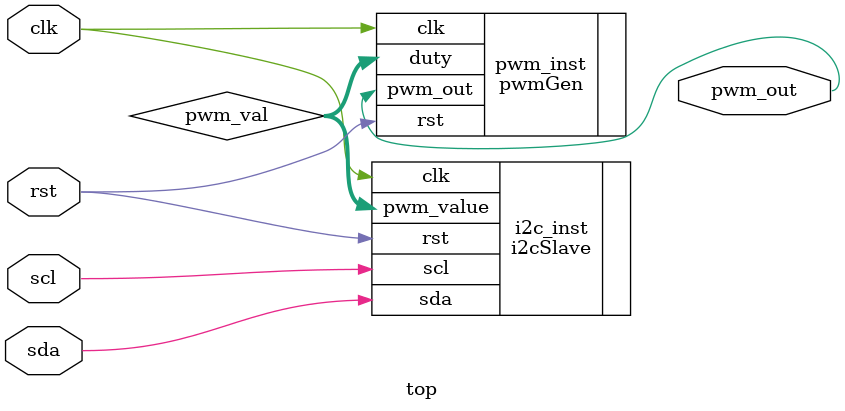
<source format=v>
module top (
    input wire clk,
    input wire rst,
    input wire scl,
    inout wire sda,
    output wire pwm_out
);

    wire [7:0] pwm_val;

    i2cSlave i2c_inst (
        .clk(clk),
        .rst(rst),
        .scl(scl),
        .sda(sda),
        .pwm_value(pwm_val)
    );

    pwmGen pwm_inst (
        .clk(clk),
        .rst(rst),
        .duty(pwm_val),
        .pwm_out(pwm_out)
    );

endmodule

</source>
